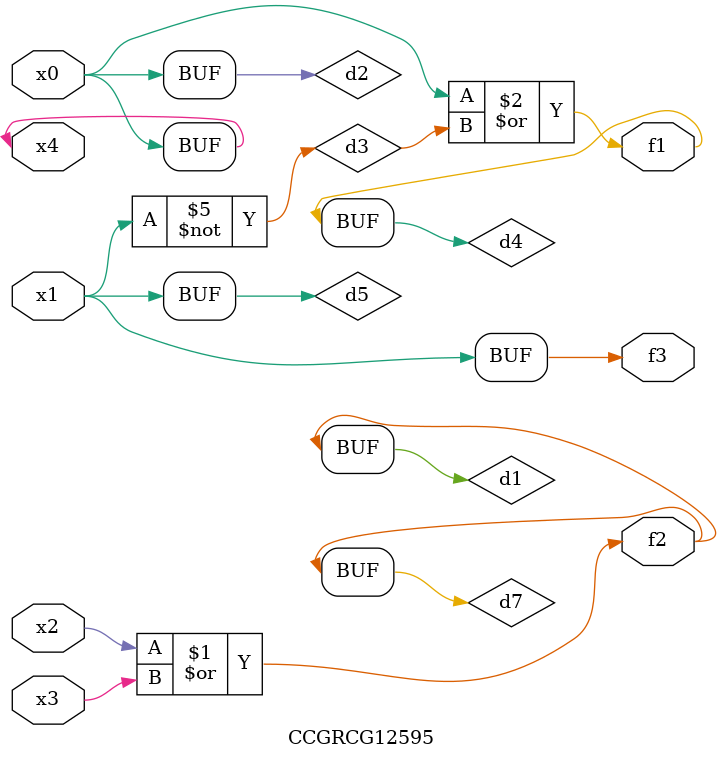
<source format=v>
module CCGRCG12595(
	input x0, x1, x2, x3, x4,
	output f1, f2, f3
);

	wire d1, d2, d3, d4, d5, d6, d7;

	or (d1, x2, x3);
	buf (d2, x0, x4);
	not (d3, x1);
	or (d4, d2, d3);
	not (d5, d3);
	nand (d6, d1, d3);
	or (d7, d1);
	assign f1 = d4;
	assign f2 = d7;
	assign f3 = d5;
endmodule

</source>
